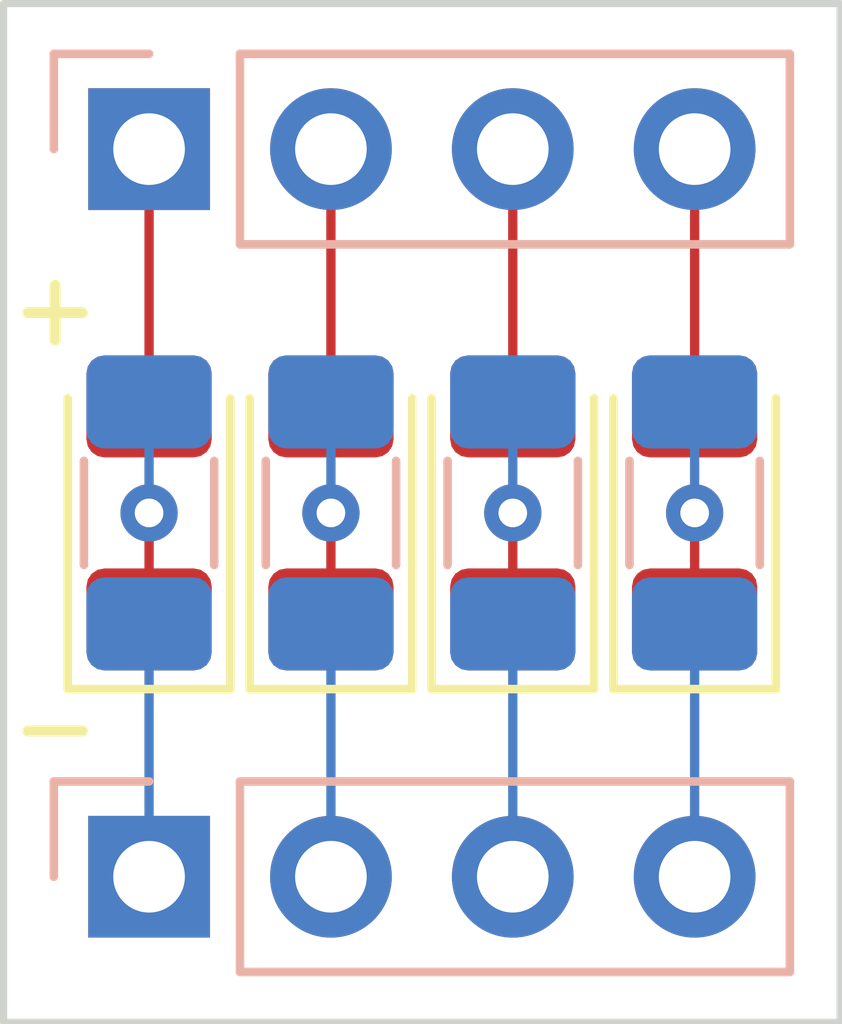
<source format=kicad_pcb>
(kicad_pcb (version 20221018) (generator pcbnew)
  (layers (0 "F.Cu" signal) (31 "B.Cu" signal) (34 "B.Paste" user) (35 "F.Paste" user) (36 "B.SilkS" user "B.Silkscreen") (37 "F.SilkS" user "F.Silkscreen") (38 "B.Mask" user) (39 "F.Mask" user) (44 "Edge.Cuts" user))
  (net 0 "")
  (net 1 "Net-(D1-K)")
  (net 2 "Net-(D1-A)")
  (net 3 "Net-(D2-K)")
  (net 4 "Net-(D2-A)")
  (net 5 "Net-(D3-K)")
  (net 6 "Net-(D3-A)")
  (net 7 "Net-(D4-K)")
  (net 8 "Net-(D4-A)")
  (net 9 "Net-(J2-Pin_1)")
  (net 10 "Net-(J2-Pin_2)")
  (net 11 "Net-(J2-Pin_3)")
  (net 12 "Net-(J2-Pin_4)")
  (footprint "LED_SMD:LED_1206_3216Metric_Pad1.42x1.75mm_HandSolder" (layer "F.Cu") (at 20.32 22.86 90)
    (fp_text reference "D2" hide)
    (fp_text value "LED" hide)
    (fp_line (start -2.46 -1.135) (end -2.46 1.135) (stroke (width 0.12)) (layer "F.SilkS"))
    (fp_line (start -2.46 1.135) (end 1.6 1.135) (stroke (width 0.12)) (layer "F.SilkS"))
    (fp_line (start 1.6 -1.135) (end -2.46 -1.135) (stroke (width 0.12)) (layer "F.SilkS"))
    (pad "1" smd roundrect (at -1.4875 0 90) (size 1.425 1.75) (layers "F.Cu" "F.Paste" "F.Mask") (roundrect_rratio 0.1754392982) (net 3 "Net-(D2-K)"))
    (pad "2" smd roundrect (at 1.4875 0 90) (size 1.425 1.75) (layers "F.Cu" "F.Paste" "F.Mask") (roundrect_rratio 0.1754392982) (net 4 "Net-(D2-A)"))
  )
  (footprint "LED_SMD:LED_1206_3216Metric_Pad1.42x1.75mm_HandSolder" (layer "F.Cu") (at 17.78 22.86 90)
    (fp_text reference "D1" hide)
    (fp_text value "LED" hide)
    (fp_line (start -2.46 -1.135) (end -2.46 1.135) (stroke (width 0.12)) (layer "F.SilkS"))
    (fp_line (start -2.46 1.135) (end 1.6 1.135) (stroke (width 0.12)) (layer "F.SilkS"))
    (fp_line (start 1.6 -1.135) (end -2.46 -1.135) (stroke (width 0.12)) (layer "F.SilkS"))
    (pad "1" smd roundrect (at -1.4875 0 90) (size 1.425 1.75) (layers "F.Cu" "F.Paste" "F.Mask") (roundrect_rratio 0.1754392982) (net 1 "Net-(D1-K)"))
    (pad "2" smd roundrect (at 1.4875 0 90) (size 1.425 1.75) (layers "F.Cu" "F.Paste" "F.Mask") (roundrect_rratio 0.1754392982) (net 2 "Net-(D1-A)"))
  )
  (footprint "LED_SMD:LED_1206_3216Metric_Pad1.42x1.75mm_HandSolder" (layer "F.Cu") (at 22.86 22.86 90)
    (fp_text reference "D3" hide)
    (fp_text value "LED" hide)
    (fp_line (start -2.46 -1.135) (end -2.46 1.135) (stroke (width 0.12)) (layer "F.SilkS"))
    (fp_line (start -2.46 1.135) (end 1.6 1.135) (stroke (width 0.12)) (layer "F.SilkS"))
    (fp_line (start 1.6 -1.135) (end -2.46 -1.135) (stroke (width 0.12)) (layer "F.SilkS"))
    (pad "1" smd roundrect (at -1.4875 0 90) (size 1.425 1.75) (layers "F.Cu" "F.Paste" "F.Mask") (roundrect_rratio 0.1754392982) (net 5 "Net-(D3-K)"))
    (pad "2" smd roundrect (at 1.4875 0 90) (size 1.425 1.75) (layers "F.Cu" "F.Paste" "F.Mask") (roundrect_rratio 0.1754392982) (net 6 "Net-(D3-A)"))
  )
  (footprint "LED_SMD:LED_1206_3216Metric_Pad1.42x1.75mm_HandSolder" (layer "F.Cu") (at 25.4 22.86 90)
    (fp_text reference "D4" hide)
    (fp_text value "LED" hide)
    (fp_line (start -2.46 -1.135) (end -2.46 1.135) (stroke (width 0.12)) (layer "F.SilkS"))
    (fp_line (start -2.46 1.135) (end 1.6 1.135) (stroke (width 0.12)) (layer "F.SilkS"))
    (fp_line (start 1.6 -1.135) (end -2.46 -1.135) (stroke (width 0.12)) (layer "F.SilkS"))
    (pad "1" smd roundrect (at -1.4875 0 90) (size 1.425 1.75) (layers "F.Cu" "F.Paste" "F.Mask") (roundrect_rratio 0.1754392982) (net 7 "Net-(D4-K)"))
    (pad "2" smd roundrect (at 1.4875 0 90) (size 1.425 1.75) (layers "F.Cu" "F.Paste" "F.Mask") (roundrect_rratio 0.1754392982) (net 8 "Net-(D4-A)"))
  )
  (footprint "Resistor_SMD:R_1206_3216Metric_Pad1.30x1.75mm_HandSolder" (layer "B.Cu") (at 22.86 22.86 -90)
    (fp_text reference "R3" hide)
    (fp_text value "R" hide)
    (fp_line (start -0.727064 -0.91) (end 0.727064 -0.91) (stroke (width 0.12)) (layer "B.SilkS"))
    (fp_line (start -0.727064 0.91) (end 0.727064 0.91) (stroke (width 0.12)) (layer "B.SilkS"))
    (pad "1" smd roundrect (at -1.55 0 270) (size 1.3 1.75) (layers "B.Cu" "B.Paste" "B.Mask") (roundrect_rratio 0.1923076923) (net 5 "Net-(D3-K)"))
    (pad "2" smd roundrect (at 1.55 0 270) (size 1.3 1.75) (layers "B.Cu" "B.Paste" "B.Mask") (roundrect_rratio 0.1923076923) (net 11 "Net-(J2-Pin_3)"))
  )
  (footprint "Resistor_SMD:R_1206_3216Metric_Pad1.30x1.75mm_HandSolder" (layer "B.Cu") (at 17.78 22.86 -90)
    (fp_text reference "R1" hide)
    (fp_text value "R" hide)
    (fp_line (start -0.727064 -0.91) (end 0.727064 -0.91) (stroke (width 0.12)) (layer "B.SilkS"))
    (fp_line (start -0.727064 0.91) (end 0.727064 0.91) (stroke (width 0.12)) (layer "B.SilkS"))
    (pad "1" smd roundrect (at -1.55 0 270) (size 1.3 1.75) (layers "B.Cu" "B.Paste" "B.Mask") (roundrect_rratio 0.1923076923) (net 1 "Net-(D1-K)"))
    (pad "2" smd roundrect (at 1.55 0 270) (size 1.3 1.75) (layers "B.Cu" "B.Paste" "B.Mask") (roundrect_rratio 0.1923076923) (net 9 "Net-(J2-Pin_1)"))
  )
  (footprint "Connector_PinHeader_2.54mm:PinHeader_1x04_P2.54mm_Vertical" (layer "B.Cu") (at 17.78 17.78 -90)
    (fp_text reference "J1" hide)
    (fp_text value "Conn_01x16_Pin" hide)
    (fp_line (start -1.33 -8.95) (end 1.33 -8.95) (stroke (width 0.12)) (layer "B.SilkS"))
    (fp_line (start -1.33 -1.27) (end -1.33 -8.95) (stroke (width 0.12)) (layer "B.SilkS"))
    (fp_line (start -1.33 -1.27) (end 1.33 -1.27) (stroke (width 0.12)) (layer "B.SilkS"))
    (fp_line (start -1.33 0) (end -1.33 1.33) (stroke (width 0.12)) (layer "B.SilkS"))
    (fp_line (start -1.33 1.33) (end 0 1.33) (stroke (width 0.12)) (layer "B.SilkS"))
    (fp_line (start 1.33 -1.27) (end 1.33 -8.95) (stroke (width 0.12)) (layer "B.SilkS"))
    (pad "1" thru_hole rect (at 0 0 270) (size 1.7 1.7) (drill 1) (layers "*.Cu" "*.Mask") (net 2 "Net-(D1-A)"))
    (pad "2" thru_hole oval (at 0 -2.54 270) (size 1.7 1.7) (drill 1) (layers "*.Cu" "*.Mask") (net 4 "Net-(D2-A)"))
    (pad "3" thru_hole oval (at 0 -5.08 270) (size 1.7 1.7) (drill 1) (layers "*.Cu" "*.Mask") (net 6 "Net-(D3-A)"))
    (pad "4" thru_hole oval (at 0 -7.62 270) (size 1.7 1.7) (drill 1) (layers "*.Cu" "*.Mask") (net 8 "Net-(D4-A)"))
  )
  (footprint "Resistor_SMD:R_1206_3216Metric_Pad1.30x1.75mm_HandSolder" (layer "B.Cu") (at 20.32 22.86 -90)
    (fp_text reference "R2" hide)
    (fp_text value "R" hide)
    (fp_line (start -0.727064 -0.91) (end 0.727064 -0.91) (stroke (width 0.12)) (layer "B.SilkS"))
    (fp_line (start -0.727064 0.91) (end 0.727064 0.91) (stroke (width 0.12)) (layer "B.SilkS"))
    (pad "1" smd roundrect (at -1.55 0 270) (size 1.3 1.75) (layers "B.Cu" "B.Paste" "B.Mask") (roundrect_rratio 0.1923076923) (net 3 "Net-(D2-K)"))
    (pad "2" smd roundrect (at 1.55 0 270) (size 1.3 1.75) (layers "B.Cu" "B.Paste" "B.Mask") (roundrect_rratio 0.1923076923) (net 10 "Net-(J2-Pin_2)"))
  )
  (footprint "Connector_PinHeader_2.54mm:PinHeader_1x04_P2.54mm_Vertical" (layer "B.Cu") (at 17.78 27.94 -90)
    (fp_text reference "J2" hide)
    (fp_text value "Conn_01x16_Pin" hide)
    (fp_line (start -1.33 -8.95) (end 1.33 -8.95) (stroke (width 0.12)) (layer "B.SilkS"))
    (fp_line (start -1.33 -1.27) (end -1.33 -8.95) (stroke (width 0.12)) (layer "B.SilkS"))
    (fp_line (start -1.33 -1.27) (end 1.33 -1.27) (stroke (width 0.12)) (layer "B.SilkS"))
    (fp_line (start -1.33 0) (end -1.33 1.33) (stroke (width 0.12)) (layer "B.SilkS"))
    (fp_line (start -1.33 1.33) (end 0 1.33) (stroke (width 0.12)) (layer "B.SilkS"))
    (fp_line (start 1.33 -1.27) (end 1.33 -8.95) (stroke (width 0.12)) (layer "B.SilkS"))
    (pad "1" thru_hole rect (at 0 0 270) (size 1.7 1.7) (drill 1) (layers "*.Cu" "*.Mask") (net 9 "Net-(J2-Pin_1)"))
    (pad "2" thru_hole oval (at 0 -2.54 270) (size 1.7 1.7) (drill 1) (layers "*.Cu" "*.Mask") (net 10 "Net-(J2-Pin_2)"))
    (pad "3" thru_hole oval (at 0 -5.08 270) (size 1.7 1.7) (drill 1) (layers "*.Cu" "*.Mask") (net 11 "Net-(J2-Pin_3)"))
    (pad "4" thru_hole oval (at 0 -7.62 270) (size 1.7 1.7) (drill 1) (layers "*.Cu" "*.Mask") (net 12 "Net-(J2-Pin_4)"))
  )
  (footprint "Resistor_SMD:R_1206_3216Metric_Pad1.30x1.75mm_HandSolder" (layer "B.Cu") (at 25.4 22.86 -90)
    (fp_text reference "R4" hide)
    (fp_text value "R" hide)
    (fp_line (start -0.727064 -0.91) (end 0.727064 -0.91) (stroke (width 0.12)) (layer "B.SilkS"))
    (fp_line (start -0.727064 0.91) (end 0.727064 0.91) (stroke (width 0.12)) (layer "B.SilkS"))
    (pad "1" smd roundrect (at -1.55 0 270) (size 1.3 1.75) (layers "B.Cu" "B.Paste" "B.Mask") (roundrect_rratio 0.1923076923) (net 7 "Net-(D4-K)"))
    (pad "2" smd roundrect (at 1.55 0 270) (size 1.3 1.75) (layers "B.Cu" "B.Paste" "B.Mask") (roundrect_rratio 0.1923076923) (net 12 "Net-(J2-Pin_4)"))
  )
  (gr_rect (start 15.748 15.748) (end 27.432 29.972) (stroke (width 0.1)) (fill none) (layer "Edge.Cuts"))
  (gr_text "-" (at 15.748 26.416) (layer "F.SilkS") (effects (font (size 1 1) (thickness 0.153)) (justify left bottom)))
  (gr_text "+" (at 15.748 20.574) (layer "F.SilkS") (effects (font (size 1 1) (thickness 0.153)) (justify left bottom)))
  (segment (start 17.78 24.3475) (end 17.78 22.86) (width 0.13) (layer "F.Cu") (net 1))
  (via (at 17.78 22.86) (size 0.8) (drill 0.4) (layers "F.Cu" "B.Cu") (net 1))
  (segment (start 17.78 22.86) (end 17.78 21.31) (width 0.13) (layer "B.Cu") (net 1))
  (segment (start 17.78 17.78) (end 17.78 21.3725) (width 0.13) (layer "F.Cu") (net 2))
  (segment (start 20.32 24.3475) (end 20.32 22.86) (width 0.13) (layer "F.Cu") (net 3))
  (via (at 20.32 22.86) (size 0.8) (drill 0.4) (layers "F.Cu" "B.Cu") (net 3))
  (segment (start 20.32 21.31) (end 20.32 22.86) (width 0.13) (layer "B.Cu") (net 3))
  (segment (start 20.32 17.78) (end 20.32 21.3725) (width 0.13) (layer "F.Cu") (net 4))
  (segment (start 22.86 24.3475) (end 22.86 22.86) (width 0.13) (layer "F.Cu") (net 5))
  (via (at 22.86 22.86) (size 0.8) (drill 0.4) (layers "F.Cu" "B.Cu") (net 5))
  (segment (start 22.86 22.86) (end 22.86 21.31) (width 0.13) (layer "B.Cu") (net 5))
  (segment (start 22.86 17.78) (end 22.86 21.3725) (width 0.13) (layer "F.Cu") (net 6))
  (segment (start 25.4 24.3475) (end 25.4 22.86) (width 0.13) (layer "F.Cu") (net 7))
  (via (at 25.4 22.86) (size 0.8) (drill 0.4) (layers "F.Cu" "B.Cu") (net 7))
  (segment (start 25.4 22.86) (end 25.4 21.31) (width 0.13) (layer "B.Cu") (net 7))
  (segment (start 25.4 17.78) (end 25.4 21.3725) (width 0.13) (layer "F.Cu") (net 8))
  (segment (start 17.78 24.41) (end 17.78 27.94) (width 0.13) (layer "B.Cu") (net 9))
  (segment (start 20.32 24.41) (end 20.32 27.94) (width 0.13) (layer "B.Cu") (net 10))
  (segment (start 22.86 24.41) (end 22.86 27.94) (width 0.13) (layer "B.Cu") (net 11))
  (segment (start 25.4 24.41) (end 25.4 27.94) (width 0.13) (layer "B.Cu") (net 12))
)
</source>
